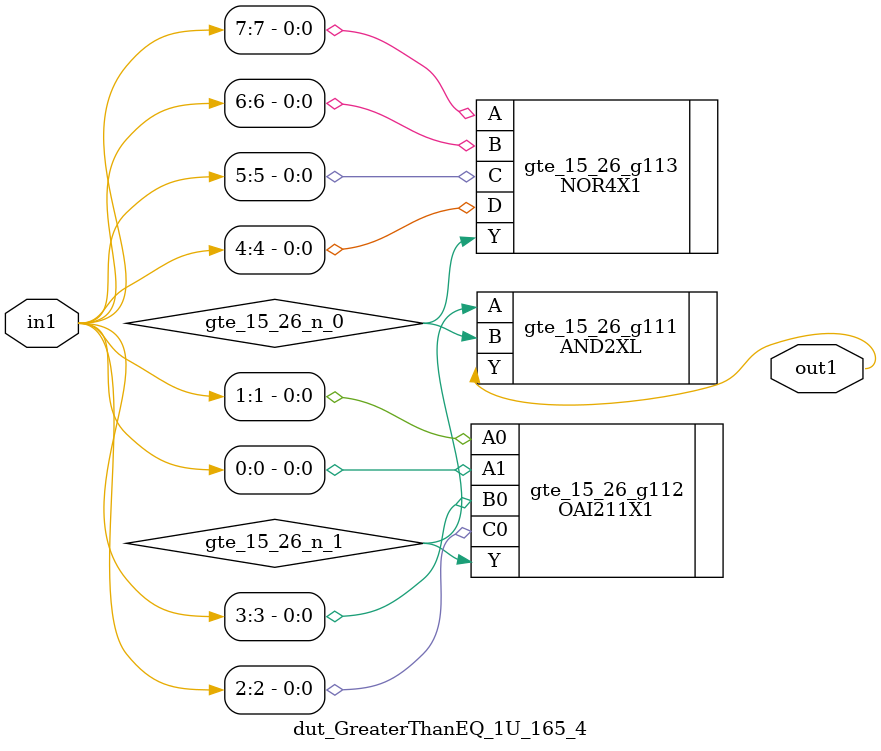
<source format=v>
`timescale 1ps / 1ps


module dut_GreaterThanEQ_1U_165_4(in1, out1);
  input [7:0] in1;
  output out1;
  wire [7:0] in1;
  wire out1;
  wire gte_15_26_n_0, gte_15_26_n_1;
  AND2XL gte_15_26_g111(.A (gte_15_26_n_1), .B (gte_15_26_n_0), .Y
       (out1));
  OAI211X1 gte_15_26_g112(.A0 (in1[1]), .A1 (in1[0]), .B0 (in1[3]), .C0
       (in1[2]), .Y (gte_15_26_n_1));
  NOR4X1 gte_15_26_g113(.A (in1[7]), .B (in1[6]), .C (in1[5]), .D
       (in1[4]), .Y (gte_15_26_n_0));
endmodule



</source>
